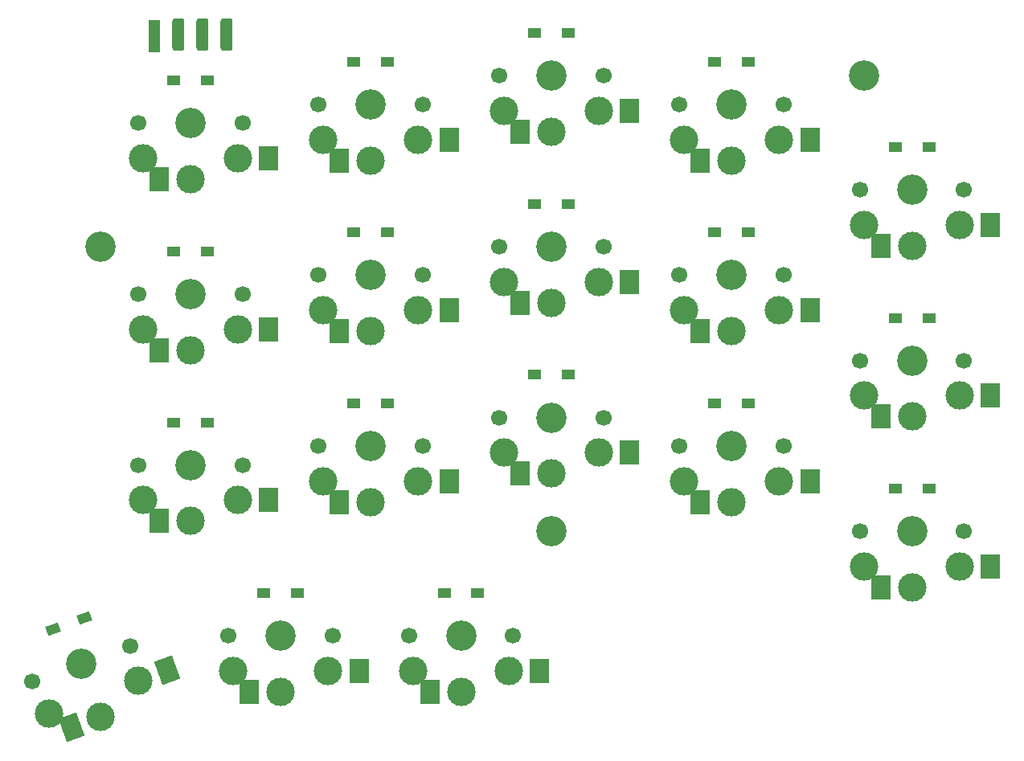
<source format=gts>
%TF.GenerationSoftware,KiCad,Pcbnew,(7.0.0-0)*%
%TF.CreationDate,2023-03-09T15:59:00+08:00*%
%TF.ProjectId,Input,496e7075-742e-46b6-9963-61645f706362,1*%
%TF.SameCoordinates,PX7bfa480PY6052340*%
%TF.FileFunction,Soldermask,Top*%
%TF.FilePolarity,Negative*%
%FSLAX46Y46*%
G04 Gerber Fmt 4.6, Leading zero omitted, Abs format (unit mm)*
G04 Created by KiCad (PCBNEW (7.0.0-0)) date 2023-03-09 15:59:00*
%MOMM*%
%LPD*%
G01*
G04 APERTURE LIST*
G04 Aperture macros list*
%AMRoundRect*
0 Rectangle with rounded corners*
0 $1 Rounding radius*
0 $2 $3 $4 $5 $6 $7 $8 $9 X,Y pos of 4 corners*
0 Add a 4 corners polygon primitive as box body*
4,1,4,$2,$3,$4,$5,$6,$7,$8,$9,$2,$3,0*
0 Add four circle primitives for the rounded corners*
1,1,$1+$1,$2,$3*
1,1,$1+$1,$4,$5*
1,1,$1+$1,$6,$7*
1,1,$1+$1,$8,$9*
0 Add four rect primitives between the rounded corners*
20,1,$1+$1,$2,$3,$4,$5,0*
20,1,$1+$1,$4,$5,$6,$7,0*
20,1,$1+$1,$6,$7,$8,$9,0*
20,1,$1+$1,$8,$9,$2,$3,0*%
%AMRotRect*
0 Rectangle, with rotation*
0 The origin of the aperture is its center*
0 $1 length*
0 $2 width*
0 $3 Rotation angle, in degrees counterclockwise*
0 Add horizontal line*
21,1,$1,$2,0,0,$3*%
G04 Aperture macros list end*
%ADD10C,3.000000*%
%ADD11R,2.000000X2.600000*%
%ADD12C,3.200000*%
%ADD13R,1.400000X1.000000*%
%ADD14RotRect,1.400000X1.000000X20.000000*%
%ADD15R,1.270000X3.429000*%
%ADD16RoundRect,0.317500X-0.317500X-1.397000X0.317500X-1.397000X0.317500X1.397000X-0.317500X1.397000X0*%
%ADD17RotRect,2.000000X2.600000X200.000000*%
%ADD18C,1.700000*%
G04 APERTURE END LIST*
D10*
%TO.C,SW17*%
X24000000Y16300000D03*
D11*
X27254999Y16299999D03*
X15697999Y14099999D03*
%TD*%
D12*
%TO.C,H1*%
X38000000Y-25000000D03*
%TD*%
D10*
%TO.C,SW29*%
X24000000Y-1700000D03*
D11*
X27254999Y-1699999D03*
X15697999Y-3899999D03*
%TD*%
D13*
%TO.C,D27*%
X55224999Y6499999D03*
X58774999Y6499999D03*
%TD*%
%TO.C,D18*%
X-1774999Y22499999D03*
X1774999Y22499999D03*
%TD*%
D10*
%TO.C,SW15*%
X62000000Y16300000D03*
D11*
X65254999Y16299999D03*
X53697999Y14099999D03*
%TD*%
D13*
%TO.C,D15*%
X55224999Y24499999D03*
X58774999Y24499999D03*
%TD*%
%TO.C,D52*%
X26724999Y-31499999D03*
X30274999Y-31499999D03*
%TD*%
%TO.C,D16*%
X36224999Y27499999D03*
X39774999Y27499999D03*
%TD*%
D10*
%TO.C,SW26*%
X81000000Y-10700000D03*
D11*
X84254999Y-10699999D03*
X72697999Y-12899999D03*
%TD*%
D10*
%TO.C,SW38*%
X81000000Y-28700000D03*
D11*
X84254999Y-28699999D03*
X72697999Y-30899999D03*
%TD*%
D14*
%TO.C,D54*%
X-14467953Y-35307085D03*
X-11132045Y-34092913D03*
%TD*%
D10*
%TO.C,SW27*%
X62000000Y-1700000D03*
D11*
X65254999Y-1699999D03*
X53697999Y-3899999D03*
%TD*%
D13*
%TO.C,D53*%
X7724999Y-31499999D03*
X11274999Y-31499999D03*
%TD*%
%TO.C,D39*%
X55224999Y-11499999D03*
X58774999Y-11499999D03*
%TD*%
D10*
%TO.C,SW52*%
X33500000Y-39700000D03*
D11*
X36754999Y-39699999D03*
X25197999Y-41899999D03*
%TD*%
D13*
%TO.C,D42*%
X-1774999Y-13499999D03*
X1774999Y-13499999D03*
%TD*%
%TO.C,D30*%
X-1774999Y4499999D03*
X1774999Y4499999D03*
%TD*%
%TO.C,D28*%
X36224999Y9499999D03*
X39774999Y9499999D03*
%TD*%
D10*
%TO.C,SW28*%
X43000000Y1300000D03*
D11*
X46254999Y1299999D03*
X34697999Y-899999D03*
%TD*%
D10*
%TO.C,SW42*%
X5000000Y-21700000D03*
D11*
X8254999Y-21699999D03*
X-3301999Y-23899999D03*
%TD*%
D10*
%TO.C,SW14*%
X81000000Y7300000D03*
D11*
X84254999Y7299999D03*
X72697999Y5099999D03*
%TD*%
D10*
%TO.C,SW30*%
X5000000Y-3700000D03*
D11*
X8254999Y-3699999D03*
X-3301999Y-5899999D03*
%TD*%
D12*
%TO.C,H3*%
X71000000Y23000000D03*
%TD*%
D15*
%TO.C,J1*%
X-3809999Y27221999D03*
D16*
X-1270000Y27349000D03*
X1270000Y27349000D03*
X3810000Y27349000D03*
%TD*%
D13*
%TO.C,D26*%
X74224999Y-2499999D03*
X77774999Y-2499999D03*
%TD*%
D10*
%TO.C,SW53*%
X14499996Y-39700000D03*
D11*
X17754995Y-39699999D03*
X6197995Y-41899999D03*
%TD*%
D12*
%TO.C,H4*%
X-9500000Y5000000D03*
%TD*%
D10*
%TO.C,SW18*%
X5000000Y14300000D03*
D11*
X8254999Y14299999D03*
X-3301999Y12099999D03*
%TD*%
D10*
%TO.C,SW40*%
X43000000Y-16700000D03*
D11*
X46254999Y-16699999D03*
X34697999Y-18899999D03*
%TD*%
D10*
%TO.C,SW41*%
X24000000Y-19700000D03*
D11*
X27254999Y-19699999D03*
X15697999Y-21899999D03*
%TD*%
D13*
%TO.C,D14*%
X74224999Y15499999D03*
X77774999Y15499999D03*
%TD*%
%TO.C,D17*%
X17224999Y24499999D03*
X20774999Y24499999D03*
%TD*%
D10*
%TO.C,SW39*%
X62000000Y-19700000D03*
D11*
X65254999Y-19699999D03*
X53697999Y-21899999D03*
%TD*%
D13*
%TO.C,D40*%
X36224999Y-8499999D03*
X39774999Y-8499999D03*
%TD*%
%TO.C,D29*%
X17224999Y6499999D03*
X20774999Y6499999D03*
%TD*%
D10*
%TO.C,SW16*%
X43000000Y19300000D03*
D11*
X46254999Y19299999D03*
X34697999Y17099999D03*
%TD*%
D10*
%TO.C,SW54*%
X-5506062Y-40730762D03*
D17*
X-2447362Y-39617485D03*
X-12554945Y-45637536D03*
%TD*%
D13*
%TO.C,D38*%
X74224999Y-20499999D03*
X77774999Y-20499999D03*
%TD*%
%TO.C,D41*%
X17224999Y-11499999D03*
X20774999Y-11499999D03*
%TD*%
D18*
%TO.C,SW20*%
X24500000Y20000000D03*
D10*
X19000000Y14100000D03*
D12*
X19000000Y20000000D03*
D10*
X14000000Y16300000D03*
D18*
X13500000Y20000000D03*
%TD*%
%TO.C,SW22*%
X62500000Y20000000D03*
D10*
X57000000Y14100000D03*
D12*
X57000000Y20000000D03*
D10*
X52000000Y16300000D03*
D18*
X51500000Y20000000D03*
%TD*%
%TO.C,SW44*%
X24500000Y-16000000D03*
D10*
X19000000Y-21900000D03*
D12*
X19000000Y-16000000D03*
D10*
X14000000Y-19700000D03*
D18*
X13500000Y-16000000D03*
%TD*%
%TO.C,SW34*%
X62500000Y2000000D03*
D10*
X57000000Y-3900000D03*
D12*
X57000000Y2000000D03*
D10*
X52000000Y-1700000D03*
D18*
X51500000Y2000000D03*
%TD*%
%TO.C,SW55*%
X-16638309Y-40845111D03*
D10*
X-14902989Y-44150963D03*
D12*
X-11470000Y-38964000D03*
D10*
X-9452081Y-44508186D03*
D18*
X-6301691Y-37082889D03*
%TD*%
%TO.C,SW21*%
X43500000Y23000000D03*
D10*
X38000000Y17100000D03*
D12*
X38000000Y23000000D03*
D10*
X33000000Y19300000D03*
D18*
X32500000Y23000000D03*
%TD*%
%TO.C,SW19*%
X5500000Y18000000D03*
D10*
X0Y12100000D03*
D12*
X0Y18000000D03*
D10*
X-5000000Y14300000D03*
D18*
X-5500000Y18000000D03*
%TD*%
%TO.C,SW45*%
X43500000Y-13000000D03*
D10*
X38000000Y-18900000D03*
D12*
X38000000Y-13000000D03*
D10*
X33000000Y-16700000D03*
D18*
X32500000Y-13000000D03*
%TD*%
%TO.C,SW33*%
X43500000Y5000000D03*
D10*
X38000000Y-900000D03*
D12*
X38000000Y5000000D03*
D10*
X33000000Y1300000D03*
D18*
X32500000Y5000000D03*
%TD*%
%TO.C,SW47*%
X81500000Y-25000000D03*
D10*
X76000000Y-30900000D03*
D12*
X76000000Y-25000000D03*
D10*
X71000000Y-28700000D03*
D18*
X70500000Y-25000000D03*
%TD*%
%TO.C,SW32*%
X24500000Y2000000D03*
D10*
X19000000Y-3900000D03*
D12*
X19000000Y2000000D03*
D10*
X14000000Y-1700000D03*
D18*
X13500000Y2000000D03*
%TD*%
%TO.C,SW35*%
X81500000Y-7000000D03*
D10*
X76000000Y-12900000D03*
D12*
X76000000Y-7000000D03*
D10*
X71000000Y-10700000D03*
D18*
X70500000Y-7000000D03*
%TD*%
%TO.C,SW43*%
X5500000Y-18000000D03*
D10*
X0Y-23900000D03*
D12*
X0Y-18000000D03*
D10*
X-5000000Y-21700000D03*
D18*
X-5500000Y-18000000D03*
%TD*%
%TO.C,SW31*%
X5500000Y0D03*
D10*
X0Y-5900000D03*
D12*
X0Y0D03*
D10*
X-5000000Y-3700000D03*
D18*
X-5500000Y0D03*
%TD*%
%TO.C,SW23*%
X81500000Y11000000D03*
D10*
X76000000Y5100000D03*
D12*
X76000000Y11000000D03*
D10*
X71000000Y7300000D03*
D18*
X70500000Y11000000D03*
%TD*%
%TO.C,SW46*%
X62500000Y-16000000D03*
D10*
X57000000Y-21900000D03*
D12*
X57000000Y-16000000D03*
D10*
X52000000Y-19700000D03*
D18*
X51500000Y-16000000D03*
%TD*%
%TO.C,SW56*%
X14999996Y-36000000D03*
D10*
X9499996Y-41900000D03*
D12*
X9499996Y-36000000D03*
D10*
X4499996Y-39700000D03*
D18*
X3999996Y-36000000D03*
%TD*%
%TO.C,SW57*%
X34000000Y-36000000D03*
D10*
X28500000Y-41900000D03*
D12*
X28500000Y-36000000D03*
D10*
X23500000Y-39700000D03*
D18*
X23000000Y-36000000D03*
%TD*%
M02*

</source>
